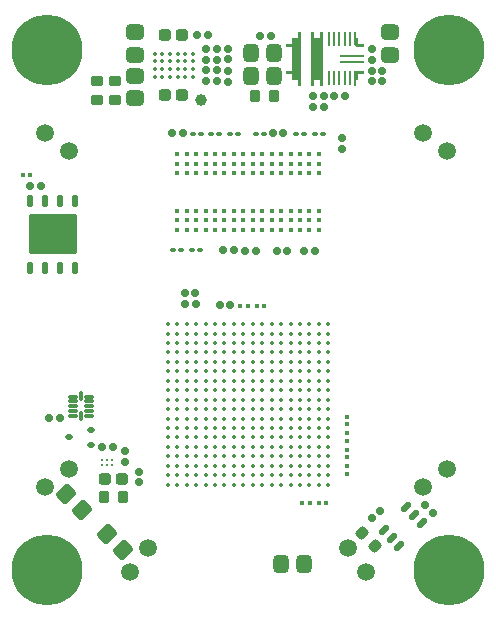
<source format=gts>
G04*
G04 #@! TF.GenerationSoftware,Altium Limited,Altium Designer,22.0.2 (36)*
G04*
G04 Layer_Color=8388736*
%FSAX24Y24*%
%MOIN*%
G70*
G04*
G04 #@! TF.SameCoordinates,F6E1E7C7-60DA-40DC-8EC0-405BC10227F4*
G04*
G04*
G04 #@! TF.FilePolarity,Negative*
G04*
G01*
G75*
G04:AMPARAMS|DCode=16|XSize=13.8mil|YSize=15.7mil|CornerRadius=3.4mil|HoleSize=0mil|Usage=FLASHONLY|Rotation=270.000|XOffset=0mil|YOffset=0mil|HoleType=Round|Shape=RoundedRectangle|*
%AMROUNDEDRECTD16*
21,1,0.0138,0.0089,0,0,270.0*
21,1,0.0069,0.0157,0,0,270.0*
1,1,0.0069,-0.0044,-0.0034*
1,1,0.0069,-0.0044,0.0034*
1,1,0.0069,0.0044,0.0034*
1,1,0.0069,0.0044,-0.0034*
%
%ADD16ROUNDEDRECTD16*%
G04:AMPARAMS|DCode=17|XSize=25.2mil|YSize=25.2mil|CornerRadius=6.3mil|HoleSize=0mil|Usage=FLASHONLY|Rotation=90.000|XOffset=0mil|YOffset=0mil|HoleType=Round|Shape=RoundedRectangle|*
%AMROUNDEDRECTD17*
21,1,0.0252,0.0126,0,0,90.0*
21,1,0.0126,0.0252,0,0,90.0*
1,1,0.0126,0.0063,0.0063*
1,1,0.0126,0.0063,-0.0063*
1,1,0.0126,-0.0063,-0.0063*
1,1,0.0126,-0.0063,0.0063*
%
%ADD17ROUNDEDRECTD17*%
G04:AMPARAMS|DCode=18|XSize=59.1mil|YSize=51.2mil|CornerRadius=12.8mil|HoleSize=0mil|Usage=FLASHONLY|Rotation=90.000|XOffset=0mil|YOffset=0mil|HoleType=Round|Shape=RoundedRectangle|*
%AMROUNDEDRECTD18*
21,1,0.0591,0.0256,0,0,90.0*
21,1,0.0335,0.0512,0,0,90.0*
1,1,0.0256,0.0128,0.0167*
1,1,0.0256,0.0128,-0.0167*
1,1,0.0256,-0.0128,-0.0167*
1,1,0.0256,-0.0128,0.0167*
%
%ADD18ROUNDEDRECTD18*%
G04:AMPARAMS|DCode=19|XSize=59.1mil|YSize=51.2mil|CornerRadius=12.8mil|HoleSize=0mil|Usage=FLASHONLY|Rotation=225.000|XOffset=0mil|YOffset=0mil|HoleType=Round|Shape=RoundedRectangle|*
%AMROUNDEDRECTD19*
21,1,0.0591,0.0256,0,0,225.0*
21,1,0.0335,0.0512,0,0,225.0*
1,1,0.0256,-0.0209,-0.0028*
1,1,0.0256,0.0028,0.0209*
1,1,0.0256,0.0209,0.0028*
1,1,0.0256,-0.0028,-0.0209*
%
%ADD19ROUNDEDRECTD19*%
G04:AMPARAMS|DCode=20|XSize=23.6mil|YSize=23.6mil|CornerRadius=5.9mil|HoleSize=0mil|Usage=FLASHONLY|Rotation=90.000|XOffset=0mil|YOffset=0mil|HoleType=Round|Shape=RoundedRectangle|*
%AMROUNDEDRECTD20*
21,1,0.0236,0.0118,0,0,90.0*
21,1,0.0118,0.0236,0,0,90.0*
1,1,0.0118,0.0059,0.0059*
1,1,0.0118,0.0059,-0.0059*
1,1,0.0118,-0.0059,-0.0059*
1,1,0.0118,-0.0059,0.0059*
%
%ADD20ROUNDEDRECTD20*%
G04:AMPARAMS|DCode=21|XSize=16.5mil|YSize=18.1mil|CornerRadius=4.1mil|HoleSize=0mil|Usage=FLASHONLY|Rotation=270.000|XOffset=0mil|YOffset=0mil|HoleType=Round|Shape=RoundedRectangle|*
%AMROUNDEDRECTD21*
21,1,0.0165,0.0098,0,0,270.0*
21,1,0.0083,0.0181,0,0,270.0*
1,1,0.0083,-0.0049,-0.0041*
1,1,0.0083,-0.0049,0.0041*
1,1,0.0083,0.0049,0.0041*
1,1,0.0083,0.0049,-0.0041*
%
%ADD21ROUNDEDRECTD21*%
G04:AMPARAMS|DCode=22|XSize=23.6mil|YSize=23.6mil|CornerRadius=5.9mil|HoleSize=0mil|Usage=FLASHONLY|Rotation=180.000|XOffset=0mil|YOffset=0mil|HoleType=Round|Shape=RoundedRectangle|*
%AMROUNDEDRECTD22*
21,1,0.0236,0.0118,0,0,180.0*
21,1,0.0118,0.0236,0,0,180.0*
1,1,0.0118,-0.0059,0.0059*
1,1,0.0118,0.0059,0.0059*
1,1,0.0118,0.0059,-0.0059*
1,1,0.0118,-0.0059,-0.0059*
%
%ADD22ROUNDEDRECTD22*%
G04:AMPARAMS|DCode=23|XSize=25.2mil|YSize=25.2mil|CornerRadius=6.3mil|HoleSize=0mil|Usage=FLASHONLY|Rotation=180.000|XOffset=0mil|YOffset=0mil|HoleType=Round|Shape=RoundedRectangle|*
%AMROUNDEDRECTD23*
21,1,0.0252,0.0126,0,0,180.0*
21,1,0.0126,0.0252,0,0,180.0*
1,1,0.0126,-0.0063,0.0063*
1,1,0.0126,0.0063,0.0063*
1,1,0.0126,0.0063,-0.0063*
1,1,0.0126,-0.0063,-0.0063*
%
%ADD23ROUNDEDRECTD23*%
G04:AMPARAMS|DCode=24|XSize=17.7mil|YSize=41.3mil|CornerRadius=4.4mil|HoleSize=0mil|Usage=FLASHONLY|Rotation=180.000|XOffset=0mil|YOffset=0mil|HoleType=Round|Shape=RoundedRectangle|*
%AMROUNDEDRECTD24*
21,1,0.0177,0.0325,0,0,180.0*
21,1,0.0089,0.0413,0,0,180.0*
1,1,0.0089,-0.0044,0.0162*
1,1,0.0089,0.0044,0.0162*
1,1,0.0089,0.0044,-0.0162*
1,1,0.0089,-0.0044,-0.0162*
%
%ADD24ROUNDEDRECTD24*%
%ADD25C,0.0138*%
G04:AMPARAMS|DCode=28|XSize=18.5mil|YSize=23.6mil|CornerRadius=4.6mil|HoleSize=0mil|Usage=FLASHONLY|Rotation=90.000|XOffset=0mil|YOffset=0mil|HoleType=Round|Shape=RoundedRectangle|*
%AMROUNDEDRECTD28*
21,1,0.0185,0.0144,0,0,90.0*
21,1,0.0093,0.0236,0,0,90.0*
1,1,0.0093,0.0072,0.0046*
1,1,0.0093,0.0072,-0.0046*
1,1,0.0093,-0.0072,-0.0046*
1,1,0.0093,-0.0072,0.0046*
%
%ADD28ROUNDEDRECTD28*%
G04:AMPARAMS|DCode=29|XSize=39.4mil|YSize=35.4mil|CornerRadius=8.9mil|HoleSize=0mil|Usage=FLASHONLY|Rotation=90.000|XOffset=0mil|YOffset=0mil|HoleType=Round|Shape=RoundedRectangle|*
%AMROUNDEDRECTD29*
21,1,0.0394,0.0177,0,0,90.0*
21,1,0.0217,0.0354,0,0,90.0*
1,1,0.0177,0.0089,0.0108*
1,1,0.0177,0.0089,-0.0108*
1,1,0.0177,-0.0089,-0.0108*
1,1,0.0177,-0.0089,0.0108*
%
%ADD29ROUNDEDRECTD29*%
G04:AMPARAMS|DCode=30|XSize=37.4mil|YSize=41.3mil|CornerRadius=9.4mil|HoleSize=0mil|Usage=FLASHONLY|Rotation=270.000|XOffset=0mil|YOffset=0mil|HoleType=Round|Shape=RoundedRectangle|*
%AMROUNDEDRECTD30*
21,1,0.0374,0.0226,0,0,270.0*
21,1,0.0187,0.0413,0,0,270.0*
1,1,0.0187,-0.0113,-0.0094*
1,1,0.0187,-0.0113,0.0094*
1,1,0.0187,0.0113,0.0094*
1,1,0.0187,0.0113,-0.0094*
%
%ADD30ROUNDEDRECTD30*%
%ADD31C,0.0110*%
G04:AMPARAMS|DCode=32|XSize=59.1mil|YSize=51.2mil|CornerRadius=12.8mil|HoleSize=0mil|Usage=FLASHONLY|Rotation=0.000|XOffset=0mil|YOffset=0mil|HoleType=Round|Shape=RoundedRectangle|*
%AMROUNDEDRECTD32*
21,1,0.0591,0.0256,0,0,0.0*
21,1,0.0335,0.0512,0,0,0.0*
1,1,0.0256,0.0167,-0.0128*
1,1,0.0256,-0.0167,-0.0128*
1,1,0.0256,-0.0167,0.0128*
1,1,0.0256,0.0167,0.0128*
%
%ADD32ROUNDEDRECTD32*%
G04:AMPARAMS|DCode=33|XSize=39.4mil|YSize=35.4mil|CornerRadius=8.9mil|HoleSize=0mil|Usage=FLASHONLY|Rotation=0.000|XOffset=0mil|YOffset=0mil|HoleType=Round|Shape=RoundedRectangle|*
%AMROUNDEDRECTD33*
21,1,0.0394,0.0177,0,0,0.0*
21,1,0.0217,0.0354,0,0,0.0*
1,1,0.0177,0.0108,-0.0089*
1,1,0.0177,-0.0108,-0.0089*
1,1,0.0177,-0.0108,0.0089*
1,1,0.0177,0.0108,0.0089*
%
%ADD33ROUNDEDRECTD33*%
G04:AMPARAMS|DCode=34|XSize=39.4mil|YSize=35.4mil|CornerRadius=8.9mil|HoleSize=0mil|Usage=FLASHONLY|Rotation=225.000|XOffset=0mil|YOffset=0mil|HoleType=Round|Shape=RoundedRectangle|*
%AMROUNDEDRECTD34*
21,1,0.0394,0.0177,0,0,225.0*
21,1,0.0217,0.0354,0,0,225.0*
1,1,0.0177,-0.0139,-0.0014*
1,1,0.0177,0.0014,0.0139*
1,1,0.0177,0.0139,0.0014*
1,1,0.0177,-0.0014,-0.0139*
%
%ADD34ROUNDEDRECTD34*%
G04:AMPARAMS|DCode=35|XSize=21.7mil|YSize=39.4mil|CornerRadius=5.4mil|HoleSize=0mil|Usage=FLASHONLY|Rotation=135.000|XOffset=0mil|YOffset=0mil|HoleType=Round|Shape=RoundedRectangle|*
%AMROUNDEDRECTD35*
21,1,0.0217,0.0285,0,0,135.0*
21,1,0.0108,0.0394,0,0,135.0*
1,1,0.0108,0.0063,0.0139*
1,1,0.0108,0.0139,0.0063*
1,1,0.0108,-0.0063,-0.0139*
1,1,0.0108,-0.0139,-0.0063*
%
%ADD35ROUNDEDRECTD35*%
G04:AMPARAMS|DCode=36|XSize=25.2mil|YSize=25.2mil|CornerRadius=6.3mil|HoleSize=0mil|Usage=FLASHONLY|Rotation=315.000|XOffset=0mil|YOffset=0mil|HoleType=Round|Shape=RoundedRectangle|*
%AMROUNDEDRECTD36*
21,1,0.0252,0.0126,0,0,315.0*
21,1,0.0126,0.0252,0,0,315.0*
1,1,0.0126,0.0000,-0.0089*
1,1,0.0126,-0.0089,0.0000*
1,1,0.0126,0.0000,0.0089*
1,1,0.0126,0.0089,0.0000*
%
%ADD36ROUNDEDRECTD36*%
%ADD37R,0.0050X0.0050*%
%ADD38R,0.0050X0.0050*%
%ADD39R,0.0080X0.0510*%
%ADD40C,0.0157*%
G04:AMPARAMS|DCode=41|XSize=25.2mil|YSize=25.2mil|CornerRadius=6.3mil|HoleSize=0mil|Usage=FLASHONLY|Rotation=225.000|XOffset=0mil|YOffset=0mil|HoleType=Round|Shape=RoundedRectangle|*
%AMROUNDEDRECTD41*
21,1,0.0252,0.0126,0,0,225.0*
21,1,0.0126,0.0252,0,0,225.0*
1,1,0.0126,-0.0089,0.0000*
1,1,0.0126,0.0000,0.0089*
1,1,0.0126,0.0089,0.0000*
1,1,0.0126,0.0000,-0.0089*
%
%ADD41ROUNDEDRECTD41*%
G04:AMPARAMS|DCode=42|XSize=13.8mil|YSize=15.7mil|CornerRadius=3.4mil|HoleSize=0mil|Usage=FLASHONLY|Rotation=180.000|XOffset=0mil|YOffset=0mil|HoleType=Round|Shape=RoundedRectangle|*
%AMROUNDEDRECTD42*
21,1,0.0138,0.0089,0,0,180.0*
21,1,0.0069,0.0157,0,0,180.0*
1,1,0.0069,-0.0034,0.0044*
1,1,0.0069,0.0034,0.0044*
1,1,0.0069,0.0034,-0.0044*
1,1,0.0069,-0.0034,-0.0044*
%
%ADD42ROUNDEDRECTD42*%
%ADD43R,0.0810X0.0100*%
%ADD44C,0.0394*%
G04:AMPARAMS|DCode=45|XSize=157.5mil|YSize=133.9mil|CornerRadius=3.3mil|HoleSize=0mil|Usage=FLASHONLY|Rotation=180.000|XOffset=0mil|YOffset=0mil|HoleType=Round|Shape=RoundedRectangle|*
%AMROUNDEDRECTD45*
21,1,0.1575,0.1272,0,0,180.0*
21,1,0.1508,0.1339,0,0,180.0*
1,1,0.0067,-0.0754,0.0636*
1,1,0.0067,0.0754,0.0636*
1,1,0.0067,0.0754,-0.0636*
1,1,0.0067,-0.0754,-0.0636*
%
%ADD45ROUNDEDRECTD45*%
G04:AMPARAMS|DCode=46|XSize=11.9mil|YSize=31.6mil|CornerRadius=4mil|HoleSize=0mil|Usage=FLASHONLY|Rotation=270.000|XOffset=0mil|YOffset=0mil|HoleType=Round|Shape=RoundedRectangle|*
%AMROUNDEDRECTD46*
21,1,0.0119,0.0236,0,0,270.0*
21,1,0.0039,0.0316,0,0,270.0*
1,1,0.0079,-0.0118,-0.0020*
1,1,0.0079,-0.0118,0.0020*
1,1,0.0079,0.0118,0.0020*
1,1,0.0079,0.0118,-0.0020*
%
%ADD46ROUNDEDRECTD46*%
G04:AMPARAMS|DCode=47|XSize=11.9mil|YSize=31.6mil|CornerRadius=4mil|HoleSize=0mil|Usage=FLASHONLY|Rotation=180.000|XOffset=0mil|YOffset=0mil|HoleType=Round|Shape=RoundedRectangle|*
%AMROUNDEDRECTD47*
21,1,0.0119,0.0236,0,0,180.0*
21,1,0.0039,0.0316,0,0,180.0*
1,1,0.0079,-0.0020,0.0118*
1,1,0.0079,0.0020,0.0118*
1,1,0.0079,0.0020,-0.0118*
1,1,0.0079,-0.0020,-0.0118*
%
%ADD47ROUNDEDRECTD47*%
%ADD48C,0.2362*%
%ADD49C,0.0591*%
G36*
X009556Y019113D02*
X009636Y019113D01*
X009636Y017304D01*
X009556Y017304D01*
X009556Y017501D01*
X009343Y017501D01*
X009343Y017716D01*
X009143Y017716D01*
X009143Y017816D01*
X009343Y017816D01*
Y018602D01*
X009143Y018602D01*
Y018702D01*
X009343Y018702D01*
X009343Y018916D01*
X009556Y018916D01*
X009556Y019113D01*
D02*
G37*
G36*
X010284D02*
X010364Y019113D01*
X010364Y017304D01*
X010284Y017304D01*
X010284Y017501D01*
X010069Y017501D01*
X010069Y017304D01*
X009989D01*
X009989Y019113D01*
X010069Y019113D01*
X010069Y018916D01*
X010284Y018916D01*
Y019113D01*
D02*
G37*
G36*
X011406Y017814D02*
X011741Y017816D01*
Y017716D01*
X011542Y017716D01*
X011545Y017501D01*
X011486Y017501D01*
Y017304D01*
X011406Y017304D01*
X011406Y017814D01*
D02*
G37*
G36*
X011406Y019113D02*
X011486D01*
Y018916D01*
X011544D01*
X011542Y018702D01*
X011741D01*
X011741Y018602D01*
X011515Y018603D01*
X011406Y018702D01*
X011406Y019113D01*
D02*
G37*
D16*
X007864Y009980D02*
D03*
X007608D02*
D03*
X008415D02*
D03*
X008159D02*
D03*
X000364Y014350D02*
D03*
X000620D02*
D03*
X009931Y003406D02*
D03*
X009675D02*
D03*
X010482D02*
D03*
X010226D02*
D03*
D17*
X008274Y018976D02*
D03*
X008636D02*
D03*
X005774Y010039D02*
D03*
X006136D02*
D03*
X009187Y011811D02*
D03*
X008825D02*
D03*
X000616Y013976D02*
D03*
X000978D02*
D03*
X001618Y006240D02*
D03*
X001256Y006240D02*
D03*
X003018Y005285D02*
D03*
X003380Y005285D02*
D03*
X010055Y016614D02*
D03*
X010417Y016614D02*
D03*
X008124Y011811D02*
D03*
X005693Y015748D02*
D03*
X007762Y011811D02*
D03*
X010102Y011811D02*
D03*
X005331Y015748D02*
D03*
X009740Y011811D02*
D03*
D18*
X008986Y001358D02*
D03*
X009734D02*
D03*
X008730Y018406D02*
D03*
Y017657D02*
D03*
X007982Y018406D02*
D03*
Y017657D02*
D03*
D19*
X003709Y001852D02*
D03*
X003180Y002381D02*
D03*
X001812Y003709D02*
D03*
X002341Y003180D02*
D03*
D20*
X005768Y010413D02*
D03*
X006122D02*
D03*
X007283Y010020D02*
D03*
X006929Y010020D02*
D03*
X006171Y019006D02*
D03*
X006526D02*
D03*
X010039Y016988D02*
D03*
X010747Y016988D02*
D03*
X010393Y016988D02*
D03*
X011997Y017461D02*
D03*
Y017815D02*
D03*
X008701Y015728D02*
D03*
X007037Y011831D02*
D03*
X007392D02*
D03*
X009055Y015728D02*
D03*
X011102Y016988D02*
D03*
X012352Y017815D02*
D03*
Y017461D02*
D03*
D21*
X006047Y015709D02*
D03*
X006315D02*
D03*
X010102D02*
D03*
X010370D02*
D03*
X009472D02*
D03*
X009740D02*
D03*
X005368Y011850D02*
D03*
X005636D02*
D03*
X008402Y015709D02*
D03*
X008134D02*
D03*
X007535D02*
D03*
X007268D02*
D03*
X006906D02*
D03*
X006638D02*
D03*
X006008Y011850D02*
D03*
X006276D02*
D03*
D22*
X011004Y015217D02*
D03*
Y015571D02*
D03*
X006486Y018533D02*
D03*
Y018179D02*
D03*
X006841Y018179D02*
D03*
Y018533D02*
D03*
X006841Y017825D02*
D03*
Y017470D02*
D03*
X006486Y017470D02*
D03*
Y017825D02*
D03*
X004232Y004094D02*
D03*
Y004449D02*
D03*
D23*
X007215Y018195D02*
D03*
Y018557D02*
D03*
X007215Y017809D02*
D03*
Y017447D02*
D03*
X003770Y005142D02*
D03*
Y004780D02*
D03*
X012017Y018547D02*
D03*
X012017Y018185D02*
D03*
D24*
X001112Y013470D02*
D03*
X001612Y011250D02*
D03*
X001112D02*
D03*
X002112Y013470D02*
D03*
X000612Y011250D02*
D03*
X001612Y013470D02*
D03*
X002112Y011250D02*
D03*
X000612Y013470D02*
D03*
D25*
X008976Y005591D02*
D03*
X009291D02*
D03*
X004764Y018130D02*
D03*
Y018386D02*
D03*
X005020D02*
D03*
Y017618D02*
D03*
X004764Y017874D02*
D03*
Y017618D02*
D03*
X005787Y018386D02*
D03*
Y017618D02*
D03*
X006043Y018130D02*
D03*
Y017874D02*
D03*
X005787D02*
D03*
Y018130D02*
D03*
X007717Y006850D02*
D03*
X006772Y009370D02*
D03*
X005827Y007480D02*
D03*
X006457Y006220D02*
D03*
X006772Y007480D02*
D03*
X009291Y006850D02*
D03*
X009921D02*
D03*
X010551Y007480D02*
D03*
Y007795D02*
D03*
X010236Y007165D02*
D03*
X009921Y007480D02*
D03*
X010551Y009055D02*
D03*
X007087Y008425D02*
D03*
X006772D02*
D03*
X005512Y008740D02*
D03*
X005197Y009055D02*
D03*
X005512Y006535D02*
D03*
X005197D02*
D03*
X005827Y008110D02*
D03*
X005512Y008425D02*
D03*
X007087Y008740D02*
D03*
X006142Y009370D02*
D03*
X005512Y006850D02*
D03*
Y007480D02*
D03*
X007087Y008110D02*
D03*
X007402Y009370D02*
D03*
X006457D02*
D03*
X007402Y008740D02*
D03*
X006772Y008110D02*
D03*
X007402Y009055D02*
D03*
X006772D02*
D03*
X007087D02*
D03*
X005827D02*
D03*
X006457Y008740D02*
D03*
X005827Y009370D02*
D03*
Y008740D02*
D03*
X006457Y009055D02*
D03*
X006142Y008425D02*
D03*
Y008740D02*
D03*
X005512Y009055D02*
D03*
Y007165D02*
D03*
X006142Y006535D02*
D03*
X005827Y007165D02*
D03*
Y006220D02*
D03*
X006142Y007165D02*
D03*
Y006220D02*
D03*
X005827Y006535D02*
D03*
X005197Y006850D02*
D03*
X005512Y008110D02*
D03*
X006142Y007795D02*
D03*
X005197D02*
D03*
Y008110D02*
D03*
X005827Y007795D02*
D03*
X005197Y008425D02*
D03*
Y007480D02*
D03*
X006142Y008110D02*
D03*
X010236Y006535D02*
D03*
X010551D02*
D03*
Y008110D02*
D03*
Y008740D02*
D03*
X008031Y009370D02*
D03*
Y009055D02*
D03*
X007717Y009370D02*
D03*
X009921D02*
D03*
X008976D02*
D03*
X010551Y007165D02*
D03*
X008976Y009055D02*
D03*
X008661Y008425D02*
D03*
Y008740D02*
D03*
Y009055D02*
D03*
X009921Y008110D02*
D03*
Y009055D02*
D03*
X009606Y009370D02*
D03*
X009921Y008425D02*
D03*
Y007795D02*
D03*
X008031Y008425D02*
D03*
X007717Y006535D02*
D03*
X008031D02*
D03*
Y006850D02*
D03*
X008346Y006535D02*
D03*
Y006850D02*
D03*
X009606Y006220D02*
D03*
X009921D02*
D03*
Y006535D02*
D03*
X006772Y006220D02*
D03*
X007717Y008740D02*
D03*
Y008425D02*
D03*
X008346Y009055D02*
D03*
X008031Y008740D02*
D03*
X008346Y008425D02*
D03*
X008976Y004016D02*
D03*
X008661Y004331D02*
D03*
X005197Y005591D02*
D03*
X005512Y004331D02*
D03*
Y004016D02*
D03*
X006142Y004331D02*
D03*
Y004016D02*
D03*
X006772Y004331D02*
D03*
Y004016D02*
D03*
X007402Y004331D02*
D03*
Y004016D02*
D03*
X007087Y004961D02*
D03*
Y004646D02*
D03*
X005827Y004961D02*
D03*
Y004646D02*
D03*
X005197Y004961D02*
D03*
Y004646D02*
D03*
X006457Y004961D02*
D03*
Y004646D02*
D03*
X005512Y005591D02*
D03*
Y005276D02*
D03*
X009606Y004331D02*
D03*
Y004016D02*
D03*
X006043Y018386D02*
D03*
Y017618D02*
D03*
X005531Y018130D02*
D03*
Y017874D02*
D03*
X005276Y018386D02*
D03*
Y018130D02*
D03*
Y017874D02*
D03*
X005020D02*
D03*
Y018130D02*
D03*
X005276Y017618D02*
D03*
X010551Y009370D02*
D03*
Y006850D02*
D03*
Y004016D02*
D03*
X009921Y008740D02*
D03*
X010236Y007795D02*
D03*
X008976D02*
D03*
X009606Y007165D02*
D03*
Y006535D02*
D03*
X009291Y007480D02*
D03*
X008976Y007165D02*
D03*
Y006535D02*
D03*
Y008425D02*
D03*
X008661Y007480D02*
D03*
Y009370D02*
D03*
X008346Y007795D02*
D03*
X008661Y006535D02*
D03*
X008346Y007165D02*
D03*
X008661Y006850D02*
D03*
X009921Y005591D02*
D03*
X010236Y004646D02*
D03*
X009291Y006220D02*
D03*
Y004331D02*
D03*
X008976Y005906D02*
D03*
Y005276D02*
D03*
X008661Y006220D02*
D03*
X008346Y005906D02*
D03*
Y004016D02*
D03*
X007717Y009055D02*
D03*
X008031Y008110D02*
D03*
X007717Y007795D02*
D03*
X006772Y008740D02*
D03*
Y007795D02*
D03*
X005827Y008425D02*
D03*
X005197Y009370D02*
D03*
X005512D02*
D03*
X008031Y007480D02*
D03*
X007717Y007165D02*
D03*
X007402Y007480D02*
D03*
Y006850D02*
D03*
X008031Y006220D02*
D03*
X007402D02*
D03*
X007717Y005906D02*
D03*
X007402Y005591D02*
D03*
X007087Y007795D02*
D03*
Y007165D02*
D03*
Y006535D02*
D03*
Y005906D02*
D03*
Y005591D02*
D03*
X008031Y004961D02*
D03*
X007717Y004331D02*
D03*
Y004016D02*
D03*
Y004646D02*
D03*
X007402Y005276D02*
D03*
Y004961D02*
D03*
Y004646D02*
D03*
X007087Y005276D02*
D03*
Y004016D02*
D03*
X006457Y007480D02*
D03*
X006772Y006850D02*
D03*
X006142Y007480D02*
D03*
X006457Y006535D02*
D03*
Y005906D02*
D03*
X005827D02*
D03*
X006142D02*
D03*
X005197Y007165D02*
D03*
X005512Y006220D02*
D03*
Y005906D02*
D03*
X005197Y006220D02*
D03*
Y005906D02*
D03*
X006457Y005591D02*
D03*
X006772D02*
D03*
Y004961D02*
D03*
X005827Y005591D02*
D03*
X006142Y004961D02*
D03*
X006457Y004331D02*
D03*
X006142Y004646D02*
D03*
X005827Y004331D02*
D03*
X005197Y005276D02*
D03*
X005512Y004646D02*
D03*
X005197Y004016D02*
D03*
X010236Y004331D02*
D03*
Y004016D02*
D03*
X008976Y004331D02*
D03*
X009921Y005906D02*
D03*
X009606D02*
D03*
X010236Y005276D02*
D03*
Y005591D02*
D03*
X009921Y004646D02*
D03*
Y004961D02*
D03*
X009606Y005276D02*
D03*
X009921D02*
D03*
X010551Y005906D02*
D03*
Y006220D02*
D03*
Y005591D02*
D03*
X010236Y005906D02*
D03*
X010551Y004646D02*
D03*
Y004331D02*
D03*
X010236Y004961D02*
D03*
X010551D02*
D03*
X009291Y004016D02*
D03*
X010236Y009370D02*
D03*
X010551Y008425D02*
D03*
X010236Y006220D02*
D03*
X009921Y007165D02*
D03*
X009606Y008110D02*
D03*
X009291Y009055D02*
D03*
X008346Y008740D02*
D03*
X007402Y008425D02*
D03*
X007087Y009370D02*
D03*
X006457Y008110D02*
D03*
X006142Y009055D02*
D03*
X005827Y006850D02*
D03*
X005197Y008740D02*
D03*
X005512Y007795D02*
D03*
X006457Y006850D02*
D03*
Y007165D02*
D03*
X007087Y007480D02*
D03*
X007402Y007795D02*
D03*
X008031D02*
D03*
X008661D02*
D03*
X009291D02*
D03*
X009606Y006850D02*
D03*
Y007480D02*
D03*
X005197Y004331D02*
D03*
X005827Y004016D02*
D03*
X006457D02*
D03*
X006772Y004646D02*
D03*
X007087Y004331D02*
D03*
X006772Y005906D02*
D03*
Y006535D02*
D03*
Y007165D02*
D03*
X007087Y006220D02*
D03*
Y006850D02*
D03*
X007402Y005906D02*
D03*
Y006535D02*
D03*
Y007165D02*
D03*
X007717Y006220D02*
D03*
Y007480D02*
D03*
X008031Y005906D02*
D03*
Y007165D02*
D03*
X008346Y006220D02*
D03*
Y007480D02*
D03*
X008661Y005906D02*
D03*
Y007165D02*
D03*
X008976Y006220D02*
D03*
Y006850D02*
D03*
Y007480D02*
D03*
X009291Y006535D02*
D03*
Y007165D02*
D03*
X005512Y004961D02*
D03*
X005827Y005276D02*
D03*
X006457D02*
D03*
X006772D02*
D03*
X008346Y005591D02*
D03*
X008661Y004646D02*
D03*
X009291Y005906D02*
D03*
X009606Y004961D02*
D03*
X009921Y004016D02*
D03*
X010551Y005276D02*
D03*
X005531Y017618D02*
D03*
Y018386D02*
D03*
X008346Y008110D02*
D03*
X008661D02*
D03*
X008976D02*
D03*
X009291D02*
D03*
X009606Y007795D02*
D03*
X010236Y008110D02*
D03*
Y009055D02*
D03*
Y008740D02*
D03*
Y008425D02*
D03*
Y007480D02*
D03*
Y006850D02*
D03*
X009606Y009055D02*
D03*
Y008740D02*
D03*
Y008425D02*
D03*
X009291Y009370D02*
D03*
Y008740D02*
D03*
Y008425D02*
D03*
X008976Y008740D02*
D03*
X008346Y009370D02*
D03*
X007717Y008110D02*
D03*
X007402D02*
D03*
X006457Y008425D02*
D03*
Y007795D02*
D03*
X006142Y006850D02*
D03*
Y005591D02*
D03*
Y005276D02*
D03*
X009606Y005591D02*
D03*
X009291Y005276D02*
D03*
Y004961D02*
D03*
Y004646D02*
D03*
X008976Y004961D02*
D03*
Y004646D02*
D03*
X008661Y005591D02*
D03*
Y005276D02*
D03*
Y004961D02*
D03*
Y004016D02*
D03*
X008346Y005276D02*
D03*
Y004961D02*
D03*
Y004646D02*
D03*
Y004331D02*
D03*
X008031Y005591D02*
D03*
Y005276D02*
D03*
Y004646D02*
D03*
Y004331D02*
D03*
Y004016D02*
D03*
X007717Y005591D02*
D03*
Y005276D02*
D03*
Y004961D02*
D03*
X009921Y004331D02*
D03*
X009606Y004646D02*
D03*
D28*
X001900Y005600D02*
D03*
X002648Y005856D02*
D03*
X002648Y005344D02*
D03*
D29*
X003703Y003618D02*
D03*
X003073Y003618D02*
D03*
X008730Y016988D02*
D03*
X008100D02*
D03*
D30*
X003671Y004213D02*
D03*
X003100D02*
D03*
X005118Y019006D02*
D03*
Y016998D02*
D03*
X005689Y019006D02*
D03*
Y016998D02*
D03*
D31*
X003337Y004843D02*
D03*
X003022Y004843D02*
D03*
X003337Y004685D02*
D03*
X003179Y004843D02*
D03*
Y004685D02*
D03*
X003022Y004685D02*
D03*
D32*
X004104Y018346D02*
D03*
Y017657D02*
D03*
Y019094D02*
D03*
Y016909D02*
D03*
X012608Y019095D02*
D03*
X012608Y018346D02*
D03*
D33*
X002844Y017480D02*
D03*
X003435Y017480D02*
D03*
Y016850D02*
D03*
X002844Y016850D02*
D03*
D34*
X012103Y001962D02*
D03*
X011657Y002408D02*
D03*
D35*
X012657Y002248D02*
D03*
X012393Y002512D02*
D03*
X012921Y001983D02*
D03*
X013673Y002735D02*
D03*
X013144Y003264D02*
D03*
X013409Y003000D02*
D03*
D36*
X012019Y002892D02*
D03*
X012275Y003148D02*
D03*
D37*
X009596Y018858D02*
D03*
Y017559D02*
D03*
X011446D02*
D03*
X011446Y018858D02*
D03*
X010324D02*
D03*
X010029D02*
D03*
Y017559D02*
D03*
X010324D02*
D03*
D38*
X009243Y018652D02*
D03*
X009243Y017766D02*
D03*
X011641Y017766D02*
D03*
Y018652D02*
D03*
D39*
X010915Y017559D02*
D03*
X010738D02*
D03*
X011269Y018858D02*
D03*
X011092D02*
D03*
X011092Y017559D02*
D03*
X010915Y018858D02*
D03*
X010738D02*
D03*
X010560D02*
D03*
X010560Y017559D02*
D03*
X011269Y017559D02*
D03*
D40*
X008976Y014724D02*
D03*
X007717Y012520D02*
D03*
X008661Y014724D02*
D03*
Y013150D02*
D03*
Y012835D02*
D03*
X010236Y012835D02*
D03*
X008031Y013150D02*
D03*
X008346Y012520D02*
D03*
X006142Y014409D02*
D03*
X005827D02*
D03*
X007087Y013150D02*
D03*
X007402D02*
D03*
X006457Y013150D02*
D03*
X006772Y014409D02*
D03*
X005512Y013150D02*
D03*
X005827Y014724D02*
D03*
X005512Y012835D02*
D03*
Y014409D02*
D03*
X006142Y012835D02*
D03*
Y014724D02*
D03*
Y013150D02*
D03*
X006457Y014409D02*
D03*
X007717D02*
D03*
X007402Y012835D02*
D03*
X007717Y014724D02*
D03*
Y013150D02*
D03*
X007087Y014724D02*
D03*
Y012835D02*
D03*
Y014409D02*
D03*
X006772Y013150D02*
D03*
X008031Y014409D02*
D03*
X008346D02*
D03*
Y015039D02*
D03*
Y013150D02*
D03*
X008976D02*
D03*
X009291Y014724D02*
D03*
X008976Y012835D02*
D03*
X009291Y014409D02*
D03*
X009921D02*
D03*
X008661D02*
D03*
X009921Y013150D02*
D03*
X010236Y014724D02*
D03*
X009921Y012835D02*
D03*
Y014724D02*
D03*
X009606Y012835D02*
D03*
Y014724D02*
D03*
X009291Y012835D02*
D03*
X009606Y013150D02*
D03*
Y014409D02*
D03*
X009291Y013150D02*
D03*
X010236Y015039D02*
D03*
Y012520D02*
D03*
X009606Y015039D02*
D03*
X008976D02*
D03*
Y012520D02*
D03*
X009606D02*
D03*
X007402Y015039D02*
D03*
X008031Y014724D02*
D03*
X007402Y014724D02*
D03*
X007087Y015039D02*
D03*
X006772Y014724D02*
D03*
X008031Y012835D02*
D03*
X007402Y012520D02*
D03*
X006772Y012835D02*
D03*
Y012520D02*
D03*
X006457Y014724D02*
D03*
X005827Y015039D02*
D03*
X006457Y012520D02*
D03*
X005827D02*
D03*
Y013150D02*
D03*
X005512Y015039D02*
D03*
X009921D02*
D03*
X009291D02*
D03*
X009921Y012520D02*
D03*
X009291D02*
D03*
X007717Y015039D02*
D03*
X006772D02*
D03*
X008346Y014724D02*
D03*
X007717Y012835D02*
D03*
X008346D02*
D03*
X007402Y014409D02*
D03*
X006457Y015039D02*
D03*
X006142D02*
D03*
X006457Y012835D02*
D03*
X005827Y012835D02*
D03*
X005512Y014724D02*
D03*
X007087Y012520D02*
D03*
X006142Y012520D02*
D03*
X005512D02*
D03*
X010236Y014409D02*
D03*
Y013150D02*
D03*
X008976Y014409D02*
D03*
X008661Y015039D02*
D03*
Y012520D02*
D03*
X008031Y015039D02*
D03*
X008031Y012520D02*
D03*
D41*
X014024Y003080D02*
D03*
X013768Y003336D02*
D03*
D42*
X011161Y006033D02*
D03*
Y006289D02*
D03*
Y005482D02*
D03*
Y005738D02*
D03*
Y004636D02*
D03*
Y004380D02*
D03*
Y005187D02*
D03*
Y004931D02*
D03*
D43*
X011336Y018100D02*
D03*
Y018317D02*
D03*
D44*
X006307Y016852D02*
D03*
D45*
X001362Y012360D02*
D03*
D46*
X002037Y006319D02*
D03*
X002589Y006319D02*
D03*
X002589Y006476D02*
D03*
X002589Y006634D02*
D03*
Y006791D02*
D03*
Y006949D02*
D03*
X002037Y006476D02*
D03*
X002037Y006634D02*
D03*
X002037Y006791D02*
D03*
X002037Y006949D02*
D03*
D47*
X002313Y006299D02*
D03*
X002313Y006969D02*
D03*
D48*
X014567Y001181D02*
D03*
Y018504D02*
D03*
X001181D02*
D03*
Y001181D02*
D03*
D49*
X013720Y015738D02*
D03*
Y003947D02*
D03*
X011801Y001122D02*
D03*
X001122Y015738D02*
D03*
Y003947D02*
D03*
X003947Y001122D02*
D03*
X001909Y015157D02*
D03*
Y004528D02*
D03*
X014508D02*
D03*
Y015157D02*
D03*
X004528Y001909D02*
D03*
X011220D02*
D03*
M02*

</source>
